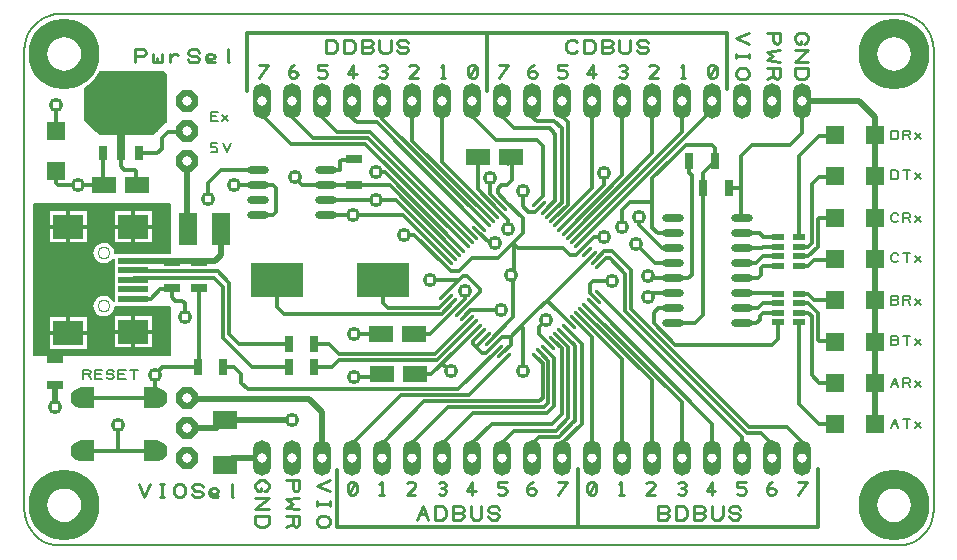
<source format=gbr>
%FSLAX23Y23*%
%MOIN*%
G04 EasyPC Gerber Version 15.0.4 Build 3016 *
%ADD23R,0.02700X0.05000*%
%ADD24R,0.02700X0.17500*%
%ADD96R,0.02756X0.05512*%
%ADD119R,0.06300X0.10630*%
%ADD98R,0.06300X0.06300*%
%AMT95*0 Octagon Pad at angle 0*4,1,8,-0.01549,-0.03740,0.01549,-0.03740,0.03740,-0.01549,0.03740,0.01549,0.01549,0.03740,-0.01549,0.03740,-0.03740,0.01549,-0.03740,-0.01549,-0.01549,-0.03740,0*1,0,0.03150,0,0*%
%ADD95T95*%
%AMT20*0 Finger Pad at angle 45*1,1,0.01181,-0.01253,0.01253*1,1,0.01181,0.01253,-0.01253*21,1,0.01181,0.03543,0,0,45*%
%ADD20T20*%
%AMT27*0 Bullet Pad at angle 90*21,1,0.07000,0.04374,0,0,90*%
%ADD27T27*%
%ADD21O,0.07200X0.02500*%
%ADD109O,0.05906X0.11811X0.03150*%
%ADD111R,0.03937X0.01969*%
%ADD18R,0.09843X0.01969*%
%AMT71*0 Finger Pad at angle 135*1,1,0.01181,-0.01253,-0.01253*1,1,0.01181,0.01253,0.01253*21,1,0.01181,0.03543,0,0,135*%
%ADD71T71*%
%ADD25R,0.05512X0.02756*%
%ADD74C,0.00500*%
%ADD12C,0.00787*%
%ADD13C,0.00984*%
%ADD92C,0.01181*%
%ADD91C,0.01378*%
%ADD97R,0.08000X0.05500*%
%ADD73R,0.08000X0.06300*%
%ADD19R,0.09843X0.07874*%
%ADD101C,0.01969*%
%ADD94C,0.04343X0.03543*%
%ADD22R,0.17717X0.11811*%
%ADD28C,0.07000*%
%AMT29*0 Bullet Pad at angle 270*21,1,0.07000,0.04374,0,0,270*%
%ADD29T29*%
%ADD99C,0.04800X0.02400*%
%ADD100C,0.04803X0.02402*%
%ADD93C,0.23622X0.11811*%
X0Y0D02*
D02*
D12*
X136Y26D02*
X2928D01*
X2946Y28*
X2964Y32*
X2981Y39*
X2997Y49*
X3011Y61*
X3023Y75*
X3033Y91*
X3040Y108*
X3044Y126*
X3046Y144*
Y1678*
X3044Y1696*
X3040Y1715*
X3033Y1732*
X3023Y1748*
X3011Y1763*
X2996Y1775*
X2980Y1785*
X2963Y1792*
X2945Y1796*
X2926Y1798*
X136*
X117Y1796*
X99Y1792*
X81Y1784*
X65Y1774*
X50Y1762*
X38Y1747*
X28Y1731*
X20Y1713*
X16Y1695*
X14Y1676*
Y148*
X16Y129*
X20Y110*
X28Y93*
X38Y76*
X50Y62*
X65Y49*
X81Y39*
X99Y32*
X117Y28*
X136Y26*
X211Y581D02*
Y610D01*
X228*
X233Y608*
X236Y603*
X233Y598*
X228Y596*
X211*
X228D02*
X236Y581D01*
X251D02*
Y610D01*
X275*
X270Y596D02*
X251D01*
Y581D02*
X275D01*
X290Y588D02*
X292Y583D01*
X297Y581*
X307*
X312Y583*
X315Y588*
X312Y593*
X307Y596*
X297*
X292Y598*
X290Y603*
X292Y608*
X297Y610*
X307*
X312Y608*
X315Y603*
X329Y581D02*
Y610D01*
X354*
X349Y596D02*
X329D01*
Y581D02*
X354D01*
X381D02*
Y610D01*
X369D02*
X393D01*
X636Y1442D02*
Y1472D01*
X660*
X655Y1457D02*
X636D01*
Y1442D02*
X660D01*
X675D02*
X695Y1462D01*
Y1442D02*
X675Y1462D01*
X639Y1339D02*
X644Y1337D01*
X651*
X656Y1339*
X658Y1344*
Y1346*
X656Y1351*
X651Y1354*
X639*
Y1366*
X658*
X678D02*
X690Y1337D01*
X703Y1366*
X2904Y419D02*
X2916Y449D01*
X2929Y419*
X2909Y432D02*
X2924D01*
X2956Y419D02*
Y449D01*
X2943D02*
X2968D01*
X2983Y419D02*
X3003Y439D01*
Y419D02*
X2983Y439D01*
X2904Y553D02*
X2916Y583D01*
X2929Y553*
X2909Y565D02*
X2924D01*
X2943Y553D02*
Y583D01*
X2961*
X2966Y580*
X2968Y575*
X2966Y570*
X2961Y568*
X2943*
X2961D02*
X2968Y553D01*
X2983D02*
X3003Y573D01*
Y553D02*
X2983Y573D01*
X2921Y710D02*
X2926Y707D01*
X2929Y702*
X2926Y697*
X2921Y695*
X2904*
Y724*
X2921*
X2926Y722*
X2929Y717*
X2926Y712*
X2921Y710*
X2904*
X2956Y695D02*
Y724D01*
X2943D02*
X2968D01*
X2983Y695D02*
X3003Y715D01*
Y695D02*
X2983Y715D01*
X2921Y844D02*
X2926Y841D01*
X2929Y836*
X2926Y831*
X2921Y829*
X2904*
Y858*
X2921*
X2926Y856*
X2929Y851*
X2926Y846*
X2921Y844*
X2904*
X2943Y829D02*
Y858D01*
X2961*
X2966Y856*
X2968Y851*
X2966Y846*
X2961Y844*
X2943*
X2961D02*
X2968Y829D01*
X2983D02*
X3003Y848D01*
Y829D02*
X2983Y848D01*
X2929Y975D02*
X2926Y973D01*
X2921Y971*
X2914*
X2909Y973*
X2907Y975*
X2904Y980*
Y990*
X2907Y995*
X2909Y998*
X2914Y1000*
X2921*
X2926Y998*
X2929Y995*
X2956Y971D02*
Y1000D01*
X2943D02*
X2968D01*
X2983Y971D02*
X3003Y990D01*
Y971D02*
X2983Y990D01*
X2929Y1109D02*
X2926Y1107D01*
X2921Y1104*
X2914*
X2909Y1107*
X2907Y1109*
X2904Y1114*
Y1124*
X2907Y1129*
X2909Y1131*
X2914Y1134*
X2921*
X2926Y1131*
X2929Y1129*
X2943Y1104D02*
Y1134D01*
X2961*
X2966Y1131*
X2968Y1127*
X2966Y1122*
X2961Y1119*
X2943*
X2961D02*
X2968Y1104D01*
X2983D02*
X3003Y1124D01*
Y1104D02*
X2983Y1124D01*
X2904Y1246D02*
Y1276D01*
X2919*
X2924Y1273*
X2926Y1271*
X2929Y1266*
Y1256*
X2926Y1251*
X2924Y1249*
X2919Y1246*
X2904*
X2956D02*
Y1276D01*
X2943D02*
X2968D01*
X2983Y1246D02*
X3003Y1266D01*
Y1246D02*
X2983Y1266D01*
X2904Y1380D02*
Y1409D01*
X2919*
X2924Y1407*
X2926Y1405*
X2929Y1400*
Y1390*
X2926Y1385*
X2924Y1382*
X2919Y1380*
X2904*
X2943D02*
Y1409D01*
X2961*
X2966Y1407*
X2968Y1402*
X2966Y1397*
X2961Y1395*
X2943*
X2961D02*
X2968Y1380D01*
X2983D02*
X3003Y1400D01*
Y1380D02*
X2983Y1400D01*
D02*
D13*
X384Y1636D02*
Y1680D01*
X410*
X418Y1676*
X421Y1669*
X418Y1661*
X410Y1658*
X384*
X443Y1665D02*
Y1639D01*
X447Y1636*
X455*
X458Y1639*
Y1650*
Y1639D02*
X462Y1636D01*
X469*
X473Y1639*
Y1665*
X502Y1636D02*
Y1665D01*
Y1654D02*
X506Y1661D01*
X514Y1665*
X521*
X528Y1661*
X562Y1647D02*
X565Y1639D01*
X573Y1636*
X587*
X595Y1639*
X598Y1647*
X595Y1654*
X587Y1658*
X573*
X565Y1661*
X562Y1669*
X565Y1676*
X573Y1680*
X587*
X595Y1676*
X598Y1669*
X650Y1639D02*
X646Y1636D01*
X639*
X632*
X624Y1639*
X621Y1647*
Y1658*
X624Y1661*
X632Y1665*
X639*
X646Y1661*
X650Y1658*
Y1654*
X646Y1650*
X639Y1647*
X632*
X624Y1650*
X621Y1654*
X698Y1636D02*
X694D01*
Y1680*
X396Y231D02*
X415Y187D01*
X433Y231*
X466Y187D02*
X481D01*
X474D02*
Y231D01*
X466D02*
X481D01*
X514Y202D02*
Y216D01*
X518Y224*
X522Y227*
X529Y231*
X536*
X544Y227*
X548Y224*
X551Y216*
Y202*
X548Y194*
X544Y190*
X536Y187*
X529*
X522Y190*
X518Y194*
X514Y202*
X573Y198D02*
X577Y190D01*
X584Y187*
X599*
X607Y190*
X610Y198*
X607Y205*
X599Y209*
X584*
X577Y213*
X573Y220*
X577Y227*
X584Y231*
X599*
X607Y227*
X610Y220*
X662Y190D02*
X658Y187D01*
X651*
X643*
X636Y190*
X632Y198*
Y209*
X636Y213*
X643Y216*
X651*
X658Y213*
X662Y209*
Y205*
X658Y202*
X651Y198*
X643*
X636Y202*
X632Y205*
X710Y187D02*
X706D01*
Y231*
X804Y217D02*
Y206D01*
X800*
X793Y209*
X789Y213*
X785Y221*
Y228*
X789Y235*
X793Y239*
X800Y243*
X815*
X822Y239*
X826Y235*
X830Y228*
Y221*
X826Y213*
X822Y209*
X815Y206*
X785Y184D02*
X830D01*
X785Y147*
X830*
X785Y125D02*
X830D01*
Y102*
X826Y95*
X822Y91*
X815Y88*
X800*
X793Y91*
X789Y95*
X785Y102*
Y125*
X798Y1584D02*
X827Y1629D01*
X798*
X888Y243D02*
X932D01*
Y217*
X928Y209*
X921Y206*
X913Y209*
X910Y217*
Y243*
X932Y184D02*
X888Y180D01*
X910Y165*
X888Y150*
X932Y147*
X888Y125D02*
X932D01*
Y99*
X928Y91*
X921Y88*
X913Y91*
X910Y99*
Y125*
Y99D02*
X888Y88D01*
X896Y1596D02*
X900Y1603D01*
X907Y1607*
X915*
X922Y1603*
X926Y1596*
X922Y1588*
X915Y1584*
X907*
X900Y1588*
X896Y1596*
Y1607*
X900Y1618*
X907Y1625*
X915Y1629*
X1034Y243D02*
X990Y224D01*
X1034Y206*
X990Y173D02*
Y158D01*
Y165D02*
X1034D01*
Y173D02*
Y158D01*
X1005Y125D02*
X1019D01*
X1027Y121*
X1031Y117*
X1034Y110*
Y102*
X1031Y95*
X1027Y91*
X1019Y88*
X1005*
X997Y91*
X994Y95*
X990Y102*
Y110*
X994Y117*
X997Y121*
X1005Y125*
X995Y1588D02*
X1002Y1584D01*
X1013*
X1020Y1588*
X1024Y1596*
Y1599*
X1020Y1607*
X1013Y1610*
X995*
Y1629*
X1024*
X1022Y1667D02*
Y1711D01*
X1044*
X1052Y1708*
X1055Y1704*
X1059Y1697*
Y1682*
X1055Y1675*
X1052Y1671*
X1044Y1667*
X1022*
X1081D02*
Y1711D01*
X1103*
X1111Y1708*
X1114Y1704*
X1118Y1697*
Y1682*
X1114Y1675*
X1111Y1671*
X1103Y1667*
X1081*
X1166Y1689D02*
X1174Y1686D01*
X1177Y1678*
X1174Y1671*
X1166Y1667*
X1140*
Y1711*
X1166*
X1174Y1708*
X1177Y1700*
X1174Y1693*
X1166Y1689*
X1140*
X1199Y1711D02*
Y1678D01*
X1203Y1671*
X1210Y1667*
X1225*
X1233Y1671*
X1236Y1678*
Y1711*
X1258Y1678D02*
X1262Y1671D01*
X1269Y1667*
X1284*
X1292Y1671*
X1295Y1678*
X1292Y1686*
X1284Y1689*
X1269*
X1262Y1693*
X1258Y1700*
X1262Y1708*
X1269Y1711*
X1284*
X1292Y1708*
X1295Y1700*
X1097Y198D02*
X1104Y195D01*
X1112*
X1119Y198*
X1123Y206*
Y228*
X1119Y235*
X1112Y239*
X1104*
X1097Y235*
X1093Y228*
Y206*
X1097Y198*
X1119Y235*
X1112Y1584D02*
Y1629D01*
X1093Y1599*
X1123*
X1199Y195D02*
X1214D01*
X1206D02*
Y239D01*
X1199Y232*
X1199Y1588D02*
X1206Y1584D01*
X1214*
X1221Y1588*
X1225Y1596*
X1221Y1603*
X1214Y1607*
X1206*
X1214D02*
X1221Y1610D01*
X1225Y1618*
X1221Y1625*
X1214Y1629*
X1206*
X1199Y1625*
X1319Y195D02*
X1290D01*
X1316Y221*
X1319Y228*
X1316Y235*
X1308Y239*
X1297*
X1290Y235*
X1327Y1584D02*
X1298D01*
X1324Y1610*
X1327Y1618*
X1324Y1625*
X1316Y1629*
X1305*
X1298Y1625*
X1325Y112D02*
X1344Y156D01*
X1362Y112*
X1333Y130D02*
X1355D01*
X1384Y112D02*
Y156D01*
X1407*
X1414Y153*
X1418Y149*
X1421Y142*
Y127*
X1418Y119*
X1414Y116*
X1407Y112*
X1384*
X1469Y134D02*
X1477Y130D01*
X1480Y123*
X1477Y116*
X1469Y112*
X1443*
Y156*
X1469*
X1477Y153*
X1480Y145*
X1477Y138*
X1469Y134*
X1443*
X1503Y156D02*
Y123D01*
X1506Y116*
X1514Y112*
X1528*
X1536Y116*
X1539Y123*
Y156*
X1562Y123D02*
X1565Y116D01*
X1573Y112*
X1587*
X1595Y116*
X1598Y123*
X1595Y130*
X1587Y134*
X1573*
X1565Y138*
X1562Y145*
X1565Y153*
X1573Y156*
X1587*
X1595Y153*
X1598Y145*
X1396Y198D02*
X1403Y195D01*
X1411*
X1418Y198*
X1422Y206*
X1418Y213*
X1411Y217*
X1403*
X1411D02*
X1418Y221D01*
X1422Y228*
X1418Y235*
X1411Y239*
X1403*
X1396Y235*
X1404Y1584D02*
X1418D01*
X1411D02*
Y1629D01*
X1404Y1621*
X1509Y195D02*
Y239D01*
X1491Y209*
X1520*
X1498Y1588D02*
X1506Y1584D01*
X1513*
X1520Y1588*
X1524Y1596*
Y1618*
X1520Y1625*
X1513Y1629*
X1506*
X1498Y1625*
X1495Y1618*
Y1596*
X1498Y1588*
X1520Y1625*
X1593Y198D02*
X1600Y195D01*
X1612*
X1619Y198*
X1623Y206*
Y209*
X1619Y217*
X1612Y221*
X1593*
Y239*
X1623*
X1597Y1584D02*
X1627Y1629D01*
X1597*
X1691Y206D02*
X1695Y213D01*
X1703Y217*
X1710*
X1717Y213*
X1721Y206*
X1717Y198*
X1710Y195*
X1703*
X1695Y198*
X1691Y206*
Y217*
X1695Y228*
X1703Y235*
X1710Y239*
X1695Y1596D02*
X1699Y1603D01*
X1706Y1607*
X1714*
X1721Y1603*
X1725Y1596*
X1721Y1588*
X1714Y1584*
X1706*
X1699Y1588*
X1695Y1596*
Y1607*
X1699Y1618*
X1706Y1625*
X1714Y1629*
X1794Y195D02*
X1823Y239D01*
X1794*
Y1588D02*
X1801Y1584D01*
X1812*
X1820Y1588*
X1823Y1596*
Y1599*
X1820Y1607*
X1812Y1610*
X1794*
Y1629*
X1823*
X1858Y1675D02*
X1855Y1671D01*
X1847Y1667*
X1836*
X1829Y1671*
X1825Y1675*
X1821Y1682*
Y1697*
X1825Y1704*
X1829Y1708*
X1836Y1711*
X1847*
X1855Y1708*
X1858Y1704*
X1880Y1667D02*
Y1711D01*
X1903*
X1910Y1708*
X1914Y1704*
X1917Y1697*
Y1682*
X1914Y1675*
X1910Y1671*
X1903Y1667*
X1880*
X1965Y1689D02*
X1973Y1686D01*
X1976Y1678*
X1973Y1671*
X1965Y1667*
X1940*
Y1711*
X1965*
X1973Y1708*
X1976Y1700*
X1973Y1693*
X1965Y1689*
X1940*
X1999Y1711D02*
Y1678D01*
X2002Y1671*
X2010Y1667*
X2024*
X2032Y1671*
X2035Y1678*
Y1711*
X2058Y1678D02*
X2061Y1671D01*
X2069Y1667*
X2083*
X2091Y1671*
X2095Y1678*
X2091Y1686*
X2083Y1689*
X2069*
X2061Y1693*
X2058Y1700*
X2061Y1708*
X2069Y1711*
X2083*
X2091Y1708*
X2095Y1700*
X1896Y198D02*
X1903Y195D01*
X1911*
X1918Y198*
X1922Y206*
Y228*
X1918Y235*
X1911Y239*
X1903*
X1896Y235*
X1892Y228*
Y206*
X1896Y198*
X1918Y235*
X1911Y1584D02*
Y1629D01*
X1892Y1599*
X1922*
X1998Y195D02*
X2013D01*
X2005D02*
Y239D01*
X1998Y232*
X1998Y1588D02*
X2006Y1584D01*
X2013*
X2020Y1588*
X2024Y1596*
X2020Y1603*
X2013Y1607*
X2006*
X2013D02*
X2020Y1610D01*
X2024Y1618*
X2020Y1625*
X2013Y1629*
X2006*
X1998Y1625*
X2119Y195D02*
X2089D01*
X2115Y221*
X2119Y228*
X2115Y235*
X2108Y239*
X2096*
X2089Y235*
X2127Y1584D02*
X2097D01*
X2123Y1610*
X2127Y1618*
X2123Y1625*
X2115Y1629*
X2104*
X2097Y1625*
X2154Y134D02*
X2162Y130D01*
X2165Y123*
X2162Y116*
X2154Y112*
X2128*
Y156*
X2154*
X2162Y153*
X2165Y145*
X2162Y138*
X2154Y134*
X2128*
X2188Y112D02*
Y156D01*
X2210*
X2217Y153*
X2221Y149*
X2224Y142*
Y127*
X2221Y119*
X2217Y116*
X2210Y112*
X2188*
X2272Y134D02*
X2280Y130D01*
X2284Y123*
X2280Y116*
X2272Y112*
X2247*
Y156*
X2272*
X2280Y153*
X2284Y145*
X2280Y138*
X2272Y134*
X2247*
X2306Y156D02*
Y123D01*
X2309Y116*
X2317Y112*
X2331*
X2339Y116*
X2343Y123*
Y156*
X2365Y123D02*
X2368Y116D01*
X2376Y112*
X2391*
X2398Y116*
X2402Y123*
X2398Y130*
X2391Y134*
X2376*
X2368Y138*
X2365Y145*
X2368Y153*
X2376Y156*
X2391*
X2398Y153*
X2402Y145*
X2195Y198D02*
X2203Y195D01*
X2210*
X2217Y198*
X2221Y206*
X2217Y213*
X2210Y217*
X2203*
X2210D02*
X2217Y221D01*
X2221Y228*
X2217Y235*
X2210Y239*
X2203*
X2195Y235*
X2203Y1584D02*
X2218D01*
X2210D02*
Y1629D01*
X2203Y1621*
X2308Y195D02*
Y239D01*
X2290Y209*
X2319*
X2298Y1588D02*
X2305Y1584D01*
X2312*
X2320Y1588*
X2323Y1596*
Y1618*
X2320Y1625*
X2312Y1629*
X2305*
X2298Y1625*
X2294Y1618*
Y1596*
X2298Y1588*
X2320Y1625*
X2432Y1735D02*
X2388Y1716D01*
X2432Y1698*
X2388Y1665D02*
Y1650D01*
Y1657D02*
X2432D01*
Y1665D02*
Y1650D01*
X2402Y1617D02*
X2417D01*
X2425Y1613*
X2428Y1609*
X2432Y1602*
Y1595*
X2428Y1587*
X2425Y1583*
X2417Y1580*
X2402*
X2395Y1583*
X2391Y1587*
X2388Y1595*
Y1602*
X2391Y1609*
X2395Y1613*
X2402Y1617*
X2392Y198D02*
X2400Y195D01*
X2411*
X2418Y198*
X2422Y206*
Y209*
X2418Y217*
X2411Y221*
X2392*
Y239*
X2422*
X2490Y1735D02*
X2534D01*
Y1709*
X2531Y1702*
X2523Y1698*
X2516Y1702*
X2512Y1709*
Y1735*
X2534Y1676D02*
X2490Y1672D01*
X2512Y1657*
X2490Y1643*
X2534Y1639*
X2490Y1617D02*
X2534D01*
Y1591*
X2531Y1583*
X2523Y1580*
X2516Y1583*
X2512Y1591*
Y1617*
Y1591D02*
X2490Y1580D01*
X2491Y206D02*
X2494Y213D01*
X2502Y217*
X2509*
X2517Y213*
X2520Y206*
X2517Y198*
X2509Y195*
X2502*
X2494Y198*
X2491Y206*
Y217*
X2494Y228*
X2502Y235*
X2509Y239*
X2603Y1709D02*
Y1698D01*
X2599*
X2592Y1702*
X2588Y1705*
X2584Y1713*
Y1720*
X2588Y1727*
X2592Y1731*
X2599Y1735*
X2614*
X2621Y1731*
X2625Y1727*
X2629Y1720*
Y1713*
X2625Y1705*
X2621Y1702*
X2614Y1698*
X2584Y1676D02*
X2629D01*
X2584Y1639*
X2629*
X2584Y1617D02*
X2629D01*
Y1595*
X2625Y1587*
X2621Y1583*
X2614Y1580*
X2599*
X2592Y1583*
X2588Y1587*
X2584Y1595*
Y1617*
X2593Y195D02*
X2623Y239D01*
X2593*
D02*
D18*
X378Y849D03*
Y880D03*
Y912D03*
Y943D03*
Y975D03*
D02*
D19*
X162Y735D03*
Y1089D03*
X378Y739D03*
Y1089D03*
D02*
D71*
X1413Y860D03*
X1427Y847D03*
X1441Y833D03*
X1455Y819D03*
X1469Y805D03*
X1483Y791D03*
X1497Y777D03*
X1511Y763D03*
X1525Y749D03*
X1539Y735D03*
X1553Y721D03*
X1567Y707D03*
X1581Y693D03*
X1594Y679D03*
X1608Y666D03*
X1622Y652D03*
X1725Y1172D03*
X1739Y1158D03*
X1753Y1144D03*
X1767Y1130D03*
X1781Y1117D03*
X1795Y1103D03*
X1809Y1089D03*
X1823Y1075D03*
X1837Y1061D03*
X1851Y1047D03*
X1864Y1033D03*
X1878Y1019D03*
X1892Y1005D03*
X1906Y991D03*
X1920Y977D03*
X1934Y963D03*
D02*
D20*
X1413D03*
X1427Y977D03*
X1441Y991D03*
X1455Y1005D03*
X1469Y1019D03*
X1483Y1033D03*
X1497Y1047D03*
X1511Y1061D03*
X1525Y1075D03*
X1539Y1089D03*
X1553Y1103D03*
X1567Y1117D03*
X1581Y1130D03*
X1594Y1144D03*
X1608Y1158D03*
X1622Y1172D03*
X1725Y652D03*
X1739Y666D03*
X1753Y679D03*
X1767Y693D03*
X1781Y707D03*
X1795Y721D03*
X1809Y735D03*
X1823Y749D03*
X1837Y763D03*
X1851Y777D03*
X1864Y791D03*
X1878Y805D03*
X1892Y819D03*
X1906Y833D03*
X1920Y847D03*
X1934Y860D03*
D02*
D21*
X794Y1128D03*
Y1178D03*
Y1228D03*
Y1278D03*
X1022Y1128D03*
Y1178D03*
Y1228D03*
Y1278D03*
X2178Y766D03*
Y816D03*
Y866D03*
Y916D03*
Y966D03*
Y1016D03*
Y1066D03*
Y1116D03*
X2406Y766D03*
Y816D03*
Y866D03*
Y916D03*
Y966D03*
Y1016D03*
Y1066D03*
Y1116D03*
D02*
D22*
X857Y912D03*
X1211D03*
D02*
D23*
X278Y1333D03*
X396D03*
D02*
D24*
X337Y1396D03*
D02*
D25*
X117Y562D03*
Y647D03*
X506Y885D03*
Y970D03*
X597Y885D03*
Y970D03*
X1113Y1228D03*
Y1313D03*
D02*
D27*
X225Y341D03*
D02*
D28*
X203D03*
D02*
D27*
X225Y518D03*
D02*
D28*
X203D03*
D02*
D29*
X436Y341D03*
D02*
D28*
X458D03*
D02*
D29*
X436Y518D03*
D02*
D28*
X458D03*
D02*
D73*
X684Y294D03*
Y444D03*
D02*
D74*
X46Y660D02*
X502D01*
Y821*
X318*
X316Y811*
X311Y801*
X304Y794*
X295Y788*
X284Y786*
X274Y786*
X264Y789*
X255Y795*
X248Y803*
X244Y813*
X242Y823*
X243Y833*
X247Y842*
X253Y850*
X261Y856*
X270Y860*
X280Y861*
X290Y860*
X299Y856*
X307Y850*
X313Y842*
Y982*
X307Y974*
X299Y968*
X290Y964*
X280Y963*
X270Y964*
X261Y968*
X253Y974*
X247Y982*
X243Y991*
X242Y1001*
X244Y1011*
X248Y1021*
X255Y1029*
X264Y1035*
X274Y1038*
X284Y1038*
X295Y1036*
X304Y1030*
X311Y1022*
X316Y1013*
X318Y1002*
X502*
Y1164*
X46*
Y660*
X227Y679D02*
X96D01*
Y790*
X227*
Y679*
Y1033D02*
X96D01*
Y1145*
X227*
Y1033*
X444Y683D02*
X313D01*
Y794*
X444*
Y683*
Y1033D02*
X313D01*
Y1145*
X444*
Y1033*
X46Y660D02*
X502D01*
X46Y663D02*
X502D01*
X46Y666D02*
X502D01*
X46Y669D02*
X502D01*
X46Y672D02*
X502D01*
X46Y675D02*
X502D01*
X46Y678D02*
X502D01*
X46Y681D02*
X96D01*
X227D02*
X502D01*
X46Y684D02*
X96D01*
X227D02*
X313D01*
X444D02*
X502D01*
X46Y687D02*
X96D01*
X227D02*
X313D01*
X444D02*
X502D01*
X46Y690D02*
X96D01*
X227D02*
X313D01*
X444D02*
X502D01*
X46Y693D02*
X96D01*
X227D02*
X313D01*
X444D02*
X502D01*
X46Y696D02*
X96D01*
X227D02*
X313D01*
X444D02*
X502D01*
X46Y699D02*
X96D01*
X227D02*
X313D01*
X444D02*
X502D01*
X46Y702D02*
X96D01*
X227D02*
X313D01*
X444D02*
X502D01*
X46Y705D02*
X96D01*
X227D02*
X313D01*
X444D02*
X502D01*
X46Y708D02*
X96D01*
X227D02*
X313D01*
X444D02*
X502D01*
X46Y711D02*
X96D01*
X227D02*
X313D01*
X444D02*
X502D01*
X46Y714D02*
X96D01*
X227D02*
X313D01*
X444D02*
X502D01*
X46Y717D02*
X96D01*
X227D02*
X313D01*
X444D02*
X502D01*
X46Y720D02*
X96D01*
X227D02*
X313D01*
X444D02*
X502D01*
X46Y723D02*
X96D01*
X227D02*
X313D01*
X444D02*
X502D01*
X46Y726D02*
X96D01*
X227D02*
X313D01*
X444D02*
X502D01*
X46Y729D02*
X96D01*
X227D02*
X313D01*
X444D02*
X502D01*
X46Y732D02*
X96D01*
X227D02*
X313D01*
X444D02*
X502D01*
X46Y735D02*
X96D01*
X227D02*
X313D01*
X444D02*
X502D01*
X46Y738D02*
X96D01*
X227D02*
X313D01*
X444D02*
X502D01*
X46Y741D02*
X96D01*
X227D02*
X313D01*
X444D02*
X502D01*
X46Y744D02*
X96D01*
X227D02*
X313D01*
X444D02*
X502D01*
X46Y747D02*
X96D01*
X227D02*
X313D01*
X444D02*
X502D01*
X46Y750D02*
X96D01*
X227D02*
X313D01*
X444D02*
X502D01*
X46Y753D02*
X96D01*
X227D02*
X313D01*
X444D02*
X502D01*
X46Y756D02*
X96D01*
X227D02*
X313D01*
X444D02*
X502D01*
X46Y759D02*
X96D01*
X227D02*
X313D01*
X444D02*
X502D01*
X46Y762D02*
X96D01*
X227D02*
X313D01*
X444D02*
X502D01*
X46Y765D02*
X96D01*
X227D02*
X313D01*
X444D02*
X502D01*
X46Y768D02*
X96D01*
X227D02*
X313D01*
X444D02*
X502D01*
X46Y771D02*
X96D01*
X227D02*
X313D01*
X444D02*
X502D01*
X46Y774D02*
X96D01*
X227D02*
X313D01*
X444D02*
X502D01*
X46Y777D02*
X96D01*
X227D02*
X313D01*
X444D02*
X502D01*
X46Y780D02*
X96D01*
X227D02*
X313D01*
X444D02*
X502D01*
X46Y783D02*
X96D01*
X227D02*
X313D01*
X444D02*
X502D01*
X46Y786D02*
X96D01*
X227D02*
X273D01*
X287D02*
X313D01*
X444D02*
X502D01*
X46Y789D02*
X96D01*
X227D02*
X264D01*
X296D02*
X313D01*
X444D02*
X502D01*
X46Y792D02*
X259D01*
X301D02*
X313D01*
X444D02*
X502D01*
X46Y795D02*
X255D01*
X305D02*
X502D01*
X46Y798D02*
X252D01*
X308D02*
X502D01*
X46Y801D02*
X249D01*
X311D02*
X502D01*
X46Y804D02*
X247D01*
X313D02*
X502D01*
X46Y807D02*
X246D01*
X314D02*
X502D01*
X46Y810D02*
X245D01*
X316D02*
X502D01*
X46Y813D02*
X244D01*
X317D02*
X502D01*
X46Y816D02*
X243D01*
X317D02*
X502D01*
X46Y819D02*
X242D01*
X318D02*
X502D01*
X46Y822D02*
X242D01*
X46Y825D02*
X242D01*
X46Y828D02*
X242D01*
X46Y831D02*
X243D01*
X46Y834D02*
X244D01*
X46Y837D02*
X245D01*
X46Y840D02*
X246D01*
X46Y843D02*
X248D01*
X313D02*
X313D01*
X46Y846D02*
X250D01*
X311D02*
X313D01*
X46Y849D02*
X252D01*
X308D02*
X313D01*
X46Y852D02*
X255D01*
X305D02*
X313D01*
X46Y855D02*
X259D01*
X301D02*
X313D01*
X46Y858D02*
X264D01*
X296D02*
X313D01*
X46Y861D02*
X275D01*
X285D02*
X313D01*
X46Y864D02*
X313D01*
X46Y867D02*
X313D01*
X46Y870D02*
X313D01*
X46Y873D02*
X313D01*
X46Y876D02*
X313D01*
X46Y879D02*
X313D01*
X46Y882D02*
X313D01*
X46Y885D02*
X313D01*
X46Y888D02*
X313D01*
X46Y891D02*
X313D01*
X46Y894D02*
X313D01*
X46Y897D02*
X313D01*
X46Y900D02*
X313D01*
X46Y903D02*
X313D01*
X46Y906D02*
X313D01*
X46Y909D02*
X313D01*
X46Y912D02*
X313D01*
X46Y915D02*
X313D01*
X46Y918D02*
X313D01*
X46Y921D02*
X313D01*
X46Y924D02*
X313D01*
X46Y927D02*
X313D01*
X46Y930D02*
X313D01*
X46Y933D02*
X313D01*
X46Y936D02*
X313D01*
X46Y939D02*
X313D01*
X46Y942D02*
X313D01*
X46Y945D02*
X313D01*
X46Y948D02*
X313D01*
X46Y951D02*
X313D01*
X46Y954D02*
X313D01*
X46Y957D02*
X313D01*
X46Y960D02*
X313D01*
X46Y963D02*
X274D01*
X286D02*
X313D01*
X46Y966D02*
X264D01*
X296D02*
X313D01*
X46Y969D02*
X259D01*
X301D02*
X313D01*
X46Y972D02*
X255D01*
X305D02*
X313D01*
X46Y975D02*
X252D01*
X308D02*
X313D01*
X46Y978D02*
X249D01*
X311D02*
X313D01*
X46Y981D02*
X247D01*
X313D02*
X313D01*
X46Y984D02*
X246D01*
X46Y987D02*
X245D01*
X46Y990D02*
X244D01*
X46Y993D02*
X243D01*
X46Y996D02*
X242D01*
X46Y999D02*
X242D01*
X46Y1002D02*
X242D01*
X46Y1005D02*
X242D01*
X318D02*
X502D01*
X46Y1008D02*
X243D01*
X317D02*
X502D01*
X46Y1011D02*
X244D01*
X317D02*
X502D01*
X46Y1014D02*
X245D01*
X316D02*
X502D01*
X46Y1017D02*
X246D01*
X314D02*
X502D01*
X46Y1020D02*
X247D01*
X313D02*
X502D01*
X46Y1023D02*
X249D01*
X311D02*
X502D01*
X46Y1026D02*
X252D01*
X308D02*
X502D01*
X46Y1029D02*
X255D01*
X305D02*
X502D01*
X46Y1032D02*
X259D01*
X301D02*
X502D01*
X46Y1035D02*
X96D01*
X227D02*
X264D01*
X296D02*
X313D01*
X444D02*
X502D01*
X46Y1038D02*
X96D01*
X227D02*
X274D01*
X286D02*
X313D01*
X444D02*
X502D01*
X46Y1041D02*
X96D01*
X227D02*
X313D01*
X444D02*
X502D01*
X46Y1044D02*
X96D01*
X227D02*
X313D01*
X444D02*
X502D01*
X46Y1047D02*
X96D01*
X227D02*
X313D01*
X444D02*
X502D01*
X46Y1050D02*
X96D01*
X227D02*
X313D01*
X444D02*
X502D01*
X46Y1053D02*
X96D01*
X227D02*
X313D01*
X444D02*
X502D01*
X46Y1056D02*
X96D01*
X227D02*
X313D01*
X444D02*
X502D01*
X46Y1059D02*
X96D01*
X227D02*
X313D01*
X444D02*
X502D01*
X46Y1062D02*
X96D01*
X227D02*
X313D01*
X444D02*
X502D01*
X46Y1065D02*
X96D01*
X227D02*
X313D01*
X444D02*
X502D01*
X46Y1068D02*
X96D01*
X227D02*
X313D01*
X444D02*
X502D01*
X46Y1071D02*
X96D01*
X227D02*
X313D01*
X444D02*
X502D01*
X46Y1074D02*
X96D01*
X227D02*
X313D01*
X444D02*
X502D01*
X46Y1077D02*
X96D01*
X227D02*
X313D01*
X444D02*
X502D01*
X46Y1080D02*
X96D01*
X227D02*
X313D01*
X444D02*
X502D01*
X46Y1083D02*
X96D01*
X227D02*
X313D01*
X444D02*
X502D01*
X46Y1086D02*
X96D01*
X227D02*
X313D01*
X444D02*
X502D01*
X46Y1089D02*
X96D01*
X227D02*
X313D01*
X444D02*
X502D01*
X46Y1092D02*
X96D01*
X227D02*
X313D01*
X444D02*
X502D01*
X46Y1095D02*
X96D01*
X227D02*
X313D01*
X444D02*
X502D01*
X46Y1098D02*
X96D01*
X227D02*
X313D01*
X444D02*
X502D01*
X46Y1101D02*
X96D01*
X227D02*
X313D01*
X444D02*
X502D01*
X46Y1104D02*
X96D01*
X227D02*
X313D01*
X444D02*
X502D01*
X46Y1107D02*
X96D01*
X227D02*
X313D01*
X444D02*
X502D01*
X46Y1110D02*
X96D01*
X227D02*
X313D01*
X444D02*
X502D01*
X46Y1113D02*
X96D01*
X227D02*
X313D01*
X444D02*
X502D01*
X46Y1116D02*
X96D01*
X227D02*
X313D01*
X444D02*
X502D01*
X46Y1119D02*
X96D01*
X227D02*
X313D01*
X444D02*
X502D01*
X46Y1122D02*
X96D01*
X227D02*
X313D01*
X444D02*
X502D01*
X46Y1125D02*
X96D01*
X227D02*
X313D01*
X444D02*
X502D01*
X46Y1128D02*
X96D01*
X227D02*
X313D01*
X444D02*
X502D01*
X46Y1131D02*
X96D01*
X227D02*
X313D01*
X444D02*
X502D01*
X46Y1134D02*
X96D01*
X227D02*
X313D01*
X444D02*
X502D01*
X46Y1137D02*
X96D01*
X227D02*
X313D01*
X444D02*
X502D01*
X46Y1140D02*
X96D01*
X227D02*
X313D01*
X444D02*
X502D01*
X46Y1143D02*
X96D01*
X227D02*
X313D01*
X444D02*
X502D01*
X46Y1146D02*
X502D01*
X46Y1149D02*
X502D01*
X46Y1152D02*
X502D01*
X46Y1155D02*
X502D01*
X46Y1158D02*
X502D01*
X46Y1161D02*
X502D01*
X148Y219D02*
X135Y218D01*
X123Y213*
X111Y206*
X102Y197*
X95Y186*
X91Y173*
X89Y160*
X91Y147*
X95Y134*
X102Y123*
X111Y114*
X123Y107*
X135Y102*
X148Y101*
X161Y102*
X174Y107*
X185Y114*
X194Y123*
X201Y134*
X206Y147*
X207Y160*
X206Y173*
X201Y186*
X194Y197*
X185Y206*
X174Y213*
X161Y218*
X148Y219*
Y1723D02*
X135Y1721D01*
X123Y1717*
X111Y1710*
X102Y1701*
X95Y1690*
X91Y1677*
X89Y1664*
X91Y1651*
X95Y1638*
X102Y1627*
X111Y1618*
X123Y1611*
X135Y1606*
X148Y1605*
X161Y1606*
X174Y1611*
X185Y1618*
X194Y1627*
X201Y1638*
X206Y1651*
X207Y1664*
X206Y1677*
X201Y1690*
X194Y1701*
X185Y1710*
X174Y1717*
X161Y1721*
X148Y1723*
X219Y1550D02*
Y1443D01*
X266Y1396*
X443*
X487Y1440*
Y1589*
X486Y1595*
X483Y1600*
X478Y1603*
X379*
X373Y1605*
X270*
X269Y1605*
X259Y1589*
X248Y1574*
X234Y1561*
X219Y1550*
X266Y1397D02*
X444D01*
X263Y1400D02*
X447D01*
X260Y1403D02*
X450D01*
X257Y1406D02*
X453D01*
X254Y1409D02*
X456D01*
X251Y1412D02*
X459D01*
X248Y1415D02*
X462D01*
X245Y1418D02*
X465D01*
X242Y1421D02*
X468D01*
X239Y1424D02*
X471D01*
X236Y1427D02*
X474D01*
X233Y1430D02*
X477D01*
X230Y1433D02*
X480D01*
X227Y1436D02*
X483D01*
X224Y1439D02*
X486D01*
X221Y1442D02*
X487D01*
X219Y1445D02*
X487D01*
X219Y1448D02*
X487D01*
X219Y1451D02*
X487D01*
X219Y1454D02*
X487D01*
X219Y1457D02*
X487D01*
X219Y1460D02*
X487D01*
X219Y1463D02*
X487D01*
X219Y1466D02*
X487D01*
X219Y1469D02*
X487D01*
X219Y1472D02*
X487D01*
X219Y1475D02*
X487D01*
X219Y1478D02*
X487D01*
X219Y1481D02*
X487D01*
X219Y1484D02*
X487D01*
X219Y1487D02*
X487D01*
X219Y1490D02*
X487D01*
X219Y1493D02*
X487D01*
X219Y1496D02*
X487D01*
X219Y1499D02*
X487D01*
X219Y1502D02*
X487D01*
X219Y1505D02*
X487D01*
X219Y1508D02*
X487D01*
X219Y1511D02*
X487D01*
X219Y1514D02*
X487D01*
X219Y1517D02*
X487D01*
X219Y1520D02*
X487D01*
X219Y1523D02*
X487D01*
X219Y1526D02*
X487D01*
X219Y1529D02*
X487D01*
X219Y1532D02*
X487D01*
X219Y1535D02*
X487D01*
X219Y1538D02*
X487D01*
X219Y1541D02*
X487D01*
X219Y1544D02*
X487D01*
X219Y1547D02*
X487D01*
X219Y1550D02*
X487D01*
X224Y1553D02*
X487D01*
X228Y1556D02*
X487D01*
X232Y1559D02*
X487D01*
X235Y1562D02*
X487D01*
X239Y1565D02*
X487D01*
X242Y1568D02*
X487D01*
X245Y1571D02*
X487D01*
X248Y1574D02*
X487D01*
X250Y1577D02*
X487D01*
X253Y1580D02*
X487D01*
X255Y1583D02*
X487D01*
X257Y1586D02*
X487D01*
X260Y1589D02*
X487D01*
X262Y1592D02*
X487D01*
X263Y1595D02*
X486D01*
X265Y1598D02*
X484D01*
X267Y1601D02*
X482D01*
X268Y1604D02*
X376D01*
X2914Y219D02*
X2901Y218D01*
X2889Y213*
X2877Y206*
X2868Y197*
X2861Y186*
X2857Y173*
X2855Y160*
X2857Y147*
X2861Y134*
X2868Y123*
X2877Y114*
X2889Y107*
X2901Y102*
X2914Y101*
X2927Y102*
X2940Y107*
X2951Y114*
X2960Y123*
X2968Y134*
X2972Y147*
X2973Y160*
X2972Y173*
X2968Y186*
X2960Y197*
X2951Y206*
X2940Y213*
X2927Y218*
X2914Y219*
Y1723D02*
X2901Y1721D01*
X2889Y1717*
X2877Y1710*
X2868Y1701*
X2861Y1690*
X2857Y1677*
X2855Y1664*
X2857Y1651*
X2861Y1638*
X2868Y1627*
X2877Y1618*
X2889Y1611*
X2901Y1606*
X2914Y1605*
X2927Y1606*
X2940Y1611*
X2951Y1618*
X2960Y1627*
X2968Y1638*
X2972Y1651*
X2973Y1664*
X2972Y1677*
X2968Y1690*
X2960Y1701*
X2951Y1710*
X2940Y1717*
X2927Y1721*
X2914Y1723*
D02*
D91*
X108Y656D02*
X82Y682D01*
X120Y735D02*
X92D01*
X120Y1089D02*
X92D01*
X162Y767D02*
Y795D01*
Y1057D02*
Y1029D01*
Y1122D02*
Y1149D01*
X204Y735D02*
X232D01*
X204Y1089D02*
X232D01*
X336Y739D02*
X309D01*
X336Y1089D02*
X309D01*
X378Y706D02*
Y679D01*
Y771D02*
Y799D01*
Y1057D02*
Y1029D01*
Y1122D02*
Y1149D01*
X421Y739D02*
X448D01*
X421Y1089D02*
X448D01*
D02*
D92*
X121Y1274D02*
Y1235D01*
X128Y1227*
X178*
X121Y1408D02*
Y1477D01*
X207Y341D02*
X329D01*
X207Y518D02*
X453D01*
X278Y1333D02*
Y1232D01*
X282Y1228*
X213Y1227*
X329Y341D02*
X453D01*
X329Y410D02*
Y341D01*
X337Y1396D02*
Y1290D01*
X349Y1278*
X384*
X388Y1274*
Y1231*
X392Y1227*
X378Y849D02*
X436D01*
X467Y880*
X502*
X506Y885*
X378Y912D02*
X380D01*
Y916*
X648*
X676Y888*
Y719*
X774Y621*
X897*
X378Y943D02*
X380D01*
Y940*
X660*
X699Y900*
Y731*
X731Y699*
X897*
X396Y1333D02*
X459D01*
X475Y1349*
Y1384*
X495Y1404*
X536*
X453Y518D02*
X451D01*
Y575*
X502Y975D02*
X506Y970D01*
Y885D02*
Y853D01*
X518Y841*
X542*
X550Y833*
Y804*
X506Y970D02*
Y975D01*
X558Y1085D02*
X562Y1081D01*
X594Y621D02*
X475D01*
X463Y607*
X597Y885D02*
Y624D01*
X594Y621*
X597Y975D02*
Y970D01*
X657Y417D02*
X684Y444D01*
X672Y1086D02*
X672Y1086D01*
Y1081*
X679Y621D02*
X715D01*
X739Y597*
Y569*
X762Y546*
X1461*
X1594Y679*
X707Y317D02*
X684Y294D01*
X758Y1542D02*
Y1735D01*
X1558*
Y1546*
X794Y1128D02*
X845D01*
X853Y1136*
Y1219*
X844Y1228*
X794*
X733*
X794Y1278D02*
X672D01*
X628Y1235*
Y1198*
X808Y1485D02*
Y1460D01*
X904Y1365*
X1151*
X1483Y1033*
X857Y912D02*
Y821D01*
X880Y798*
X1406*
X1441Y833*
X908Y1485D02*
Y1455D01*
X979Y1384*
X1160*
X1497Y1047*
X982Y621D02*
X1042D01*
X1065Y644*
X1392*
X1511Y763*
X982Y699D02*
X1030D01*
X1065Y664*
X1384*
X1497Y777*
X1022Y1128D02*
X1093Y1128D01*
X1022Y1178D02*
X1170Y1178D01*
X1022Y1228D02*
X942D01*
X929Y1242*
X1022Y1228D02*
X1112D01*
X1113Y1228*
X1022Y1278D02*
X1066D01*
X1069Y1282*
Y1306*
X1073Y1310*
X1110*
X1113Y1313*
X1108Y338D02*
Y364D01*
X1270Y526*
X1497*
X1622Y652*
X1108Y1485D02*
Y1452D01*
X1125Y1436*
X1192*
X1539Y1089*
X1113Y1228D02*
X1233D01*
X1455Y1005*
X1129Y1128D02*
X1276Y1128D01*
X1427Y977*
X1131Y589D02*
X1188D01*
Y597*
X1207*
X1203Y731D02*
X1131D01*
X1205Y1178D02*
X1254Y1178D01*
X1441Y991*
X1205Y1270D02*
X1218D01*
X1469Y1019*
X1208Y338D02*
Y365D01*
X1349Y506*
X1731*
X1743Y518*
Y634*
X1725Y652*
X1208Y1485D02*
Y1447D01*
X1553Y1103*
X1211Y912D02*
Y833D01*
X1227Y817*
X1398*
X1427Y847*
X1300Y1062D02*
X1315D01*
X1413Y963*
X1308Y338D02*
Y367D01*
X1428Y487*
X1747*
X1762Y502*
Y642*
X1739Y666*
X1308Y1485D02*
Y1375D01*
X1567Y1117*
X1387Y912D02*
X1465D01*
X1470Y917*
X1408Y338D02*
Y364D01*
X1510Y467*
X1758*
X1782Y491*
Y651*
X1762Y671*
X1770Y662*
X1753Y679*
X1408Y1485D02*
Y1303D01*
X1581Y1130*
X1413Y860D02*
X1470Y917D01*
X1455Y819D02*
X1484Y848D01*
Y856*
X1455Y819D02*
X1366Y730D01*
X1313*
X1457Y682D02*
X1372Y596D01*
X1317*
X1457Y682D02*
X1457D01*
X1408Y632*
X1422Y620*
X1470Y917D02*
X1477Y924D01*
X1491*
X1534Y880*
Y870*
X1469Y805*
X1508Y338D02*
Y366D01*
X1573Y432*
X1774*
X1806Y463*
Y683*
X1781Y707*
X1508Y1485D02*
Y1457D01*
X1589Y1377*
X1723*
X1743Y1357*
Y1190*
X1725Y1172*
X1511Y1061D02*
X1172Y1400D01*
Y1400*
X1168Y1404*
X1058*
X1008Y1453*
Y1485*
X1518Y691D02*
X1523D01*
X1553Y721*
X1525Y749D02*
X1457Y682D01*
X1526Y1321D02*
X1526Y1213D01*
X1594Y1144*
X1539Y735D02*
X1510Y707D01*
Y699*
X1518Y691*
X1558Y1542D02*
Y1735D01*
X2357*
Y1546*
X1567Y707D02*
X1632Y773D01*
Y773*
X1645Y786*
Y912*
X1567Y1034D02*
X1566D01*
X1525Y1075*
X1569Y1233D02*
Y1197D01*
X1608Y1158*
X1581Y693D02*
X1555Y668D01*
X1542*
X1518Y691*
X1587Y810D02*
X1502D01*
X1483Y791*
X1593Y983D02*
X1644Y1034D01*
X1648Y1030*
Y941*
X1593Y983D02*
X1506D01*
X1463Y940*
X1437*
X1413Y963*
X1622Y1172D02*
X1593Y1201D01*
Y1215*
X1605Y1227*
X1624*
X1640Y1243*
X1640Y1290*
Y1317*
X1628Y1302*
Y1298*
X1636Y1320*
X1628Y1099D02*
Y1110D01*
X1594Y1144*
X1637Y722D02*
X1609D01*
X1581Y693*
X1637Y722D02*
X1636Y721D01*
Y694*
X1608Y666*
X1671Y756D02*
X1637Y722D01*
X1671Y756D02*
X1728Y813D01*
X1757Y842*
X1676Y627D02*
Y751D01*
X1671Y756*
X1676Y1189D02*
Y1156D01*
X1695Y1136*
X1717*
X1739Y1158*
X1678Y1067D02*
Y1117D01*
X1622Y1172*
X1678Y1067D02*
X1593Y983D01*
X1708Y1485D02*
Y1454D01*
X1723Y1440*
X1782*
X1806Y1416*
Y1169*
X1791Y1155*
X1802Y1165*
X1767Y1130*
X1742Y765D02*
X1731Y754D01*
Y730*
X1767Y693*
X1753Y1144D02*
X1782Y1173D01*
X1776Y1167*
X1784Y1175*
X1775Y1166*
X1785Y1177*
X1785Y1177*
Y1397*
X1782Y1399*
X1785Y1397*
X1784Y1399*
Y1399*
X1782Y1400*
X1782*
X1766Y1416*
X1648*
X1608Y1456*
Y1485*
X1757Y842D02*
X1797Y882D01*
X1795Y721D02*
X1829Y687D01*
Y451*
X1786Y408*
X1648*
X1608Y367*
Y338*
X1797Y882D02*
X1794Y879D01*
X1808Y338D02*
Y367D01*
X1873Y432*
Y699*
X1861Y711*
X1865Y707*
X1823Y749*
X1809Y735D02*
X1849Y695D01*
X1843Y700*
X1852Y692*
Y442*
X1846Y436*
X1851Y442*
X1849Y440*
Y440*
X1798Y388*
X1731*
X1708Y365*
Y338*
X1810Y1485D02*
Y1455D01*
X1827Y1438*
Y1162*
X1781Y1117*
X1837Y763D02*
X1794Y806D01*
X1794*
X1757Y842*
X1862Y281D02*
Y88D01*
X1059*
Y277*
X1878Y1019D02*
X1854Y995D01*
X1833*
X1810Y1018*
X1660*
X1644Y1034*
X1678Y1067*
X1906Y991D02*
X1797Y882D01*
X1908Y338D02*
Y720D01*
X1851Y777*
X1908Y1485D02*
Y1216D01*
X1795Y1103*
X1929Y1054D02*
X1913D01*
X1878Y1019*
X1947Y1248D02*
Y1227D01*
X1809Y1089*
X1957Y908D02*
X1912D01*
X1900Y896*
Y867*
X1920Y847*
X2006Y1107D02*
Y1144D01*
X2034Y1172*
X2109*
X2008Y338D02*
Y648D01*
X1864Y791*
X2008Y1485D02*
Y1261D01*
X1823Y1075*
X2108Y338D02*
Y576D01*
X1878Y805*
X2108Y1485D02*
Y1333D01*
X1837Y1061*
X2178Y766D02*
X2251D01*
X2278Y794*
Y1199*
X2279Y1200*
Y1219*
X2178Y816D02*
X2128D01*
X2113Y802*
Y766*
X2184Y695*
X2506*
X2526Y715*
Y769*
X2527Y770*
X2178Y866D02*
X2107D01*
X2106Y866*
X2178Y916D02*
X2109D01*
X2178Y966D02*
X2117D01*
X2066Y1017*
X2178Y1016D02*
X2142D01*
X2065Y1093*
Y1103*
X2178Y1066D02*
X2128D01*
X2109Y1085*
Y1172*
X2208Y338D02*
Y503D01*
X1892Y819*
X2208Y1485D02*
Y1405D01*
X1851Y1047*
X2232Y1306D02*
Y1269D01*
X2240Y1262*
Y929*
X2228Y916*
X2178*
X2279Y1219D02*
Y1267D01*
X2317Y1306*
X2308Y338D02*
Y431D01*
X1906Y833*
X2308Y1485D02*
Y1477D01*
X2279Y1447*
X2279*
X1864Y1033*
X2317Y1306D02*
Y1350D01*
X2306Y1361*
X2220*
X2188Y1329*
X2173Y1314*
X2109Y1250*
Y1172*
X2404Y1199D02*
Y1118D01*
X2406Y1116*
X2404Y1199D02*
Y1219D01*
X2364*
X2406Y766D02*
X2455D01*
X2467Y778*
Y790*
X2479Y802*
X2527*
X2406Y816D02*
X2462D01*
X2479Y833*
X2527*
X2406Y866D02*
X2525D01*
X2527Y865*
X2406Y916D02*
X2460D01*
X2471Y928*
Y951*
X2479Y959*
X2527*
X2406Y966D02*
X2455D01*
X2479Y991*
X2527*
X2406Y1016D02*
X2473D01*
X2479Y1022*
X2527*
X2406Y1066D02*
X2466D01*
X2479Y1054*
X2527*
X2408Y338D02*
Y387D01*
X1934Y860*
X2508Y338D02*
Y365D01*
X2472Y400*
X2424*
X2018Y806*
Y932*
X1967Y983*
X1953*
X1934Y963*
X2597Y770D02*
Y499D01*
X2664Y432*
X2715*
X2717Y430*
X2597Y802D02*
X2628D01*
X2640Y790*
Y593*
X2664Y569*
X2715*
X2717Y567*
X2597Y833D02*
X2628D01*
X2660Y802*
Y711*
X2664Y707*
X2715*
X2717Y705*
X2597Y865D02*
X2628D01*
X2648Y845*
X2715*
X2717Y843*
X2597Y959D02*
X2628D01*
X2648Y979*
X2715*
X2717Y981*
X2597Y991D02*
X2628D01*
X2660Y1022*
Y1113*
X2664Y1117*
X2715*
X2717Y1119*
X2597Y1022D02*
X2628D01*
X2640Y1034*
Y1231*
X2664Y1254*
X2715*
X2717Y1256*
X2597Y1054D02*
Y1325D01*
X2664Y1392*
X2715*
X2717Y1394*
X2608Y338D02*
Y370D01*
X2558Y420*
X2432*
X2038Y814*
Y943*
X1975Y1006*
X1949*
X1920Y977*
X2608Y1485D02*
Y1400D01*
X2569Y1361*
X2440*
X2404Y1325*
Y1199*
X2661Y281D02*
Y88D01*
X1861*
Y277*
D02*
D93*
X148Y160D03*
Y1664D03*
X2914Y160D03*
Y1664D03*
D02*
D94*
X280Y823D03*
Y1001D03*
D02*
D95*
X558Y417D03*
Y1406D03*
X558Y317D03*
Y517D03*
Y1306D03*
Y1506D03*
D02*
D96*
X594Y621D03*
X679D03*
X897D03*
Y699D03*
X982Y621D03*
Y699D03*
X2232Y1306D03*
X2279Y1219D03*
X2317Y1306D03*
X2364Y1219D03*
D02*
D97*
X282Y1228D03*
X392Y1227D03*
X1203Y731D03*
X1207Y597D03*
X1313Y730D03*
X1317Y596D03*
X1526Y1321D03*
X1636Y1320D03*
D02*
D98*
X121Y1274D03*
Y1408D03*
X2717Y430D03*
Y567D03*
Y705D03*
Y843D03*
Y981D03*
Y1119D03*
Y1256D03*
Y1394D03*
X2851Y430D03*
Y567D03*
Y705D03*
Y843D03*
Y981D03*
Y1119D03*
Y1256D03*
Y1394D03*
D02*
D99*
X121Y1495D03*
X195Y1227D03*
X286Y1471D03*
X337D03*
X388D03*
X451Y593D03*
X857Y912D03*
X908Y443D03*
X1211Y912D03*
X1754Y778D03*
D02*
D100*
X117Y487D03*
X329Y428D03*
X550Y786D03*
X628Y1180D03*
X715Y1227D03*
X916Y1254D03*
X1111Y1128D03*
X1113Y589D03*
Y731D03*
X1188Y1178D03*
Y1270D03*
X1282Y1062D03*
X1369Y912D03*
X1436Y609D03*
X1484Y874D03*
X1569Y1251D03*
X1585Y1034D03*
X1605Y810D03*
X1628Y1081D03*
X1636Y928D03*
X1676Y609D03*
Y1207D03*
X1947Y1054D03*
Y1266D03*
X1975Y908D03*
X2006Y1089D03*
X2054Y1030D03*
X2065Y1121D03*
X2093Y853D03*
Y924D03*
D02*
D101*
X117Y562D02*
Y509D01*
X378Y975D02*
X502D01*
X506D02*
X597D01*
X558Y1280D02*
Y1085D01*
X583Y417D02*
X657D01*
X597Y970D02*
Y975D01*
X651*
X672Y995*
Y1086*
X684Y444D02*
X886D01*
X782Y317D02*
X707D01*
X1008Y342D02*
Y470D01*
X963Y514*
X583*
X2851Y430D02*
Y567D01*
Y705D02*
Y843D01*
Y705D02*
Y567D01*
Y981D02*
Y843D01*
Y1119D02*
Y981D01*
Y1256D02*
Y1394D01*
Y1256D02*
Y1119D01*
Y1394D02*
Y1453D01*
X2798Y1506*
X2634*
D02*
D109*
X808Y317D03*
X808Y1506D03*
X908Y317D03*
X908Y1506D03*
X1008Y317D03*
X1008Y1506D03*
X1108Y317D03*
X1108Y1506D03*
X1208Y317D03*
X1208Y1506D03*
X1308Y317D03*
X1308Y1506D03*
X1408Y317D03*
X1408Y1506D03*
X1508Y317D03*
X1508Y1506D03*
X1608Y317D03*
X1608Y1506D03*
X1708Y317D03*
X1708Y1506D03*
X1808Y317D03*
X1808Y1506D03*
X1908Y317D03*
X1908Y1506D03*
X2008Y317D03*
X2008Y1506D03*
X2108Y317D03*
X2108Y1506D03*
X2208Y317D03*
X2208Y1506D03*
X2308Y317D03*
X2308Y1506D03*
X2408Y317D03*
X2408Y1506D03*
X2508Y317D03*
X2508Y1506D03*
X2608Y317D03*
X2608Y1506D03*
D02*
D111*
X2527Y802D03*
Y833D03*
Y865D03*
Y991D03*
Y1022D03*
Y1054D03*
X2527Y770D03*
Y959D03*
X2597Y770D03*
Y802D03*
Y833D03*
Y865D03*
Y959D03*
Y991D03*
Y1022D03*
Y1054D03*
D02*
D119*
X562Y1081D03*
X672D03*
X0Y0D02*
M02*

</source>
